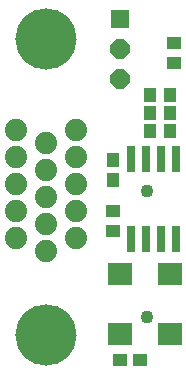
<source format=gts>
G75*
%MOIN*%
%OFA0B0*%
%FSLAX24Y24*%
%IPPOS*%
%LPD*%
%AMOC8*
5,1,8,0,0,1.08239X$1,22.5*
%
%ADD10R,0.0280X0.0910*%
%ADD11R,0.0473X0.0434*%
%ADD12R,0.0434X0.0473*%
%ADD13R,0.0827X0.0749*%
%ADD14C,0.0743*%
%ADD15C,0.2040*%
%ADD16R,0.0640X0.0640*%
%ADD17OC8,0.0640*%
%ADD18C,0.0434*%
D10*
X009936Y004901D03*
X010436Y004901D03*
X010936Y004901D03*
X011436Y004901D03*
X011436Y007551D03*
X010936Y007551D03*
X010436Y007551D03*
X009936Y007551D03*
D11*
X009347Y005818D03*
X009347Y005148D03*
X009564Y000869D03*
X010233Y000869D03*
X011372Y010761D03*
X011372Y011430D03*
D12*
X011237Y009696D03*
X011237Y009089D03*
X011237Y008483D03*
X010568Y008483D03*
X010568Y009089D03*
X010568Y009696D03*
X009347Y007533D03*
X009347Y006864D03*
D13*
X009584Y003727D03*
X011237Y003727D03*
X011237Y001727D03*
X009584Y001727D03*
D14*
X006096Y004924D03*
X006096Y005825D03*
X006096Y006727D03*
X006096Y007629D03*
X006096Y008530D03*
X007096Y008081D03*
X007096Y007180D03*
X007096Y006278D03*
X007096Y005377D03*
X007096Y004475D03*
X008096Y004924D03*
X008096Y005825D03*
X008096Y006727D03*
X008096Y007629D03*
X008096Y008530D03*
D15*
X007096Y011546D03*
X007096Y001703D03*
D16*
X009584Y012231D03*
D17*
X009584Y011231D03*
X009584Y010231D03*
D18*
X010466Y006480D03*
X010466Y002280D03*
M02*

</source>
